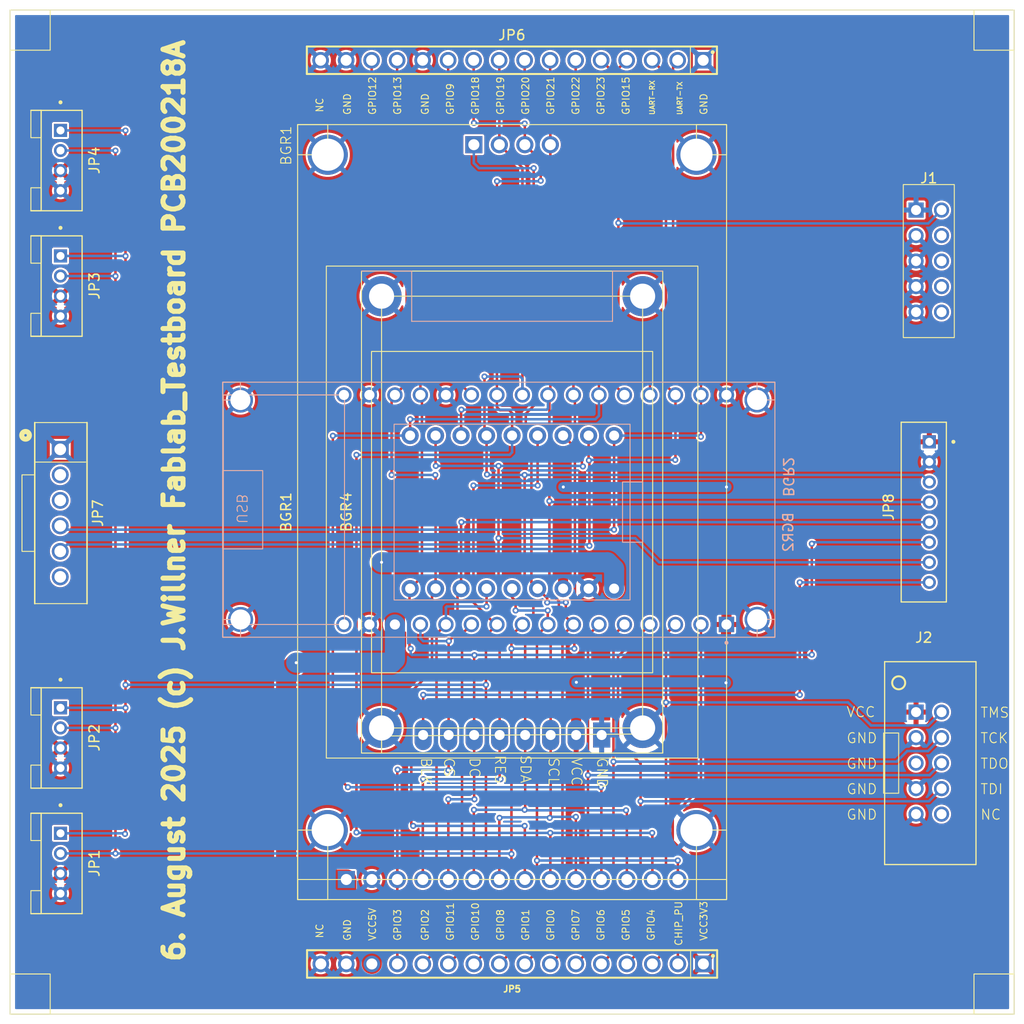
<source format=kicad_pcb>
(kicad_pcb (version 20241229) (generator "pcbnew") (generator_version "9.0")
  (title_block (title "Fablab-Testboard") (date "6. August 2025") (rev "V1.2") (company "J.Willner"))
  (layers (0 "F.Cu" signal) (2 "B.Cu" signal) (13 "F.Paste" user) (15 "B.Paste" user) (5 "F.SilkS" user "F.Silkscreen") (7 "B.SilkS" user "B.Silkscreen") (1 "F.Mask" user) (3 "B.Mask" user) (25 "Edge.Cuts" user))
  (net 0 "")
  (net 1 "/GPIO13_TFT_DC")
  (net 2 "/GPIO12_TFT_BL")
  (net 3 "/GPIO21_TFT_RST")
  (net 4 "/GPIO10_TFT_BL")
  (net 5 "/GND")
  (net 6 "/GPIO5_TDI")
  (net 7 "/GPIO3_TFT_CS")
  (net 8 "/GPIO20_TFT_CLK")
  (net 9 "/GPIO0_SD_CS")
  (net 10 "/GPIO1_TOUCH_IRQ")
  (net 11 "/VCC5V")
  (net 12 "/GPIO11")
  (net 13 "/GPIO23")
  (net 14 "/VCC3V3")
  (net 15 "/GPIO22_TOUCH_CS")
  (net 16 "/GPIO2")
  (net 17 "/GPIO9")
  (net 18 "/UART_RX")
  (net 19 "/UART_TX")
  (net 20 "/GPIO18_TFT_MISO")
  (net 21 "/SCL")
  (net 22 "/GPIO19_TFT_MOSI")
  (net 23 "/GPIO7_TDO")
  (net 24 "/SDA")
  (net 25 "/GPIO4_TMS")
  (net 27 "/CHIP_PU")
  (net 28 "/GPIO15_JTAG_STRAP")
  (net 29 "/GPIO6_TCK")
  (footprint "footprints:SULLINS_SBH11-PBPC-D05-ST-BK" (layer "F.Cu") (at 191.5 125 -90)
    (property "Reference" "J2")
    (property "Value" "SBH11-PBPC-D05-ST-BK")
  )
  (footprint "footprints:MOLEX-901310765" (layer "F.Cu") (at 191.5 75 -90)
    (property "Reference" "J1")
    (property "Value" "MOLEX-901310765")
  )
  (footprint "footprints:WUERTH-61301611121" (layer "F.Cu") (at 150 145 180)
    (property "Reference" "JP5")
    (property "Value" "WUERTH_61301611121")
  )
  (footprint "footprints:SEEED_110990030" (layer "F.Cu") (at 105 65)
    (property "Reference" "JP4")
    (property "Value" "SEEED_110990030")
  )
  (footprint "footprints:SEEED_110990030" (layer "F.Cu") (at 105 122.5)
    (property "Reference" "JP2")
    (property "Value" "SEEED_110990030")
  )
  (footprint "footprints:WUERTH-61301611121" (layer "F.Cu") (at 149.98 55 180)
    (property "Reference" "JP6")
    (property "Value" "WUERTH_61301611121")
  )
  (footprint "footprints:SEEED_110990030" (layer "F.Cu") (at 105 135)
    (property "Reference" "JP1")
    (property "Value" "SEEED_110990030")
  )
  (footprint "footprints:JST_B8B-PH-K-S" (layer "F.Cu") (at 191.5 100 90)
    (property "Reference" "JP8")
    (property "Value" "B10B-PH-K-S_LF__SN_")
  )
  (footprint "footprints:SEEED_110990030" (layer "F.Cu") (at 105 77.5)
    (property "Reference" "JP3")
    (property "Value" "SEEED_110990030")
  )
  (footprint "footprints:Molex-0705430040" (layer "F.Cu") (at 105.2032 100.1 90)
    (property "Reference" "JP7")
    (property "Value" "Molex-705430040")
  )
  (footprint "footprints:2.4inch_SPI_Module_ILI9341_SKU_MSP2402" (layer "F.Cu") (at 150 100)
    (property "Reference" "BGR1")
    (property "Value" "~")
  )
  (footprint "footprints:ZJY169-AZDELIVERY" (layer "F.Cu") (at 150 100 180)
    (property "Reference" "BGR4" (hide yes))
    (property "Value" "AZDELIVERY-ZJY169" (hide yes))
  )
  (footprint "footprints:MODULE_ESP32-C6-DEVKITC-1-N8" (layer "B.Cu") (at 147.025 99.7625 90)
    (property "Reference" "BGR2")
    (property "Value" "~")
  )
  (footprint "footprints:WS_ESP32-C3_ZERO" (layer "B.Cu") (at 150 100 90)
    (property "Reference" "BGR3" (hide yes))
    (property "Value" "WS-ESP32-C3-ZERO" (hide yes))
  )
  (gr_rect (start 196 146) (end 200 150) (stroke (width 0.1)) (fill no) (layer "F.SilkS"))
  (gr_rect (start 100 50) (end 104 54) (stroke (width 0.1)) (fill no) (layer "F.SilkS"))
  (gr_line (start 200 150) (end 100 150) (stroke (width 0.1)) (layer "F.SilkS"))
  (gr_line (start 100 50) (end 200 50) (stroke (width 0.1)) (layer "F.SilkS"))
  (gr_rect (start 196 50) (end 200 54) (stroke (width 0.1)) (fill no) (layer "F.SilkS"))
  (gr_line (start 100 150) (end 100 50) (stroke (width 0.1)) (layer "F.SilkS"))
  (gr_rect (start 100 146) (end 104 150) (stroke (width 0.1)) (fill no) (layer "F.SilkS"))
  (gr_line (start 200 50) (end 200 150) (stroke (width 0.1)) (layer "F.SilkS"))
  (gr_rect (start 100 50) (end 200 150) (stroke (width 0.05)) (fill no) (layer "Edge.Cuts"))
  (gr_text "GPIO5" (at 161.75 142.75 90) (layer "F.SilkS") (effects (font (size 0.7 0.7) (thickness 0.1)) (justify left bottom)))
  (gr_text "GPIO8" (at 149.25 142.75 90) (layer "F.SilkS") (effects (font (size 0.7 0.7) (thickness 0.1)) (justify left bottom)))
  (gr_text "GPIO3\n" (at 139 142.75 90) (layer "F.SilkS") (effects (font (size 0.7 0.7) (thickness 0.1)) (justify left bottom)))
  (gr_text "UART-RX\n" (at 164.25 60.5 90) (layer "F.SilkS") (effects (font (size 0.5 0.5) (thickness 0.1)) (justify left bottom)))
  (gr_text "VCC3V3" (at 169.5 142.75 90) (layer "F.SilkS") (effects (font (size 0.7 0.7) (thickness 0.1)) (justify left bottom)))
  (gr_text "GPIO10" (at 146.75 142.75 90) (layer "F.SilkS") (effects (font (size 0.7 0.7) (thickness 0.1)) (justify left bottom)))
  (gr_text "GPIO19" (at 149.25 60.5 90) (layer "F.SilkS") (effects (font (size 0.7 0.7) (thickness 0.1)) (justify left bottom)))
  (gr_text "GND" (at 134 60.5 90) (layer "F.SilkS") (effects (font (size 0.7 0.7) (thickness 0.1)) (justify left bottom)))
  (gr_text "GPIO15\n" (at 161.75 60.5 90) (layer "F.SilkS") (effects (font (size 0.7 0.7) (thickness 0.1)) (justify left bottom)))
  (gr_text "GPIO21" (at 154.25 60.5 90) (layer "F.SilkS") (effects (font (size 0.7 0.7) (thickness 0.1)) (justify left bottom)))
  (gr_text "GPIO11" (at 144.25 142.75 90) (layer "F.SilkS") (effects (font (size 0.7 0.7) (thickness 0.1)) (justify left bottom)))
  (gr_text "GPIO12" (at 136.5 60.5 90) (layer "F.SilkS") (effects (font (size 0.7 0.7) (thickness 0.1)) (justify left bottom)))
  (gr_text "GPIO0" (at 154.25 142.75 90) (layer "F.SilkS") (effects (font (size 0.7 0.7) (thickness 0.1)) (justify left bottom)))
  (gr_text "GPIO2" (at 141.75 142.75 90) (layer "F.SilkS") (effects (font (size 0.7 0.7) (thickness 0.1)) (justify left bottom)))
  (gr_text "UART-TX" (at 167 60.5 90) (layer "F.SilkS") (effects (font (size 0.5 0.5) (thickness 0.1)) (justify left bottom)))
  (gr_text "GPIO9" (at 144.25 60.5 90) (layer "F.SilkS") (effects (font (size 0.7 0.7) (thickness 0.1)) (justify left bottom)))
  (gr_text "GND" (at 134 142.75 90) (layer "F.SilkS") (effects (font (size 0.7 0.7) (thickness 0.1)) (justify left bottom)))
  (gr_text "GPIO22" (at 156.75 60.5 90) (layer "F.SilkS") (effects (font (size 0.7 0.7) (thickness 0.1)) (justify left bottom)))
  (gr_text "GND" (at 169.5 60.5 90) (layer "F.SilkS") (effects (font (size 0.7 0.7) (thickness 0.1)) (justify left bottom)))
  (gr_text "GND" (at 141.75 60.5 90) (layer "F.SilkS") (effects (font (size 0.7 0.7) (thickness 0.1)) (justify left bottom)))
  (gr_text "GPIO7" (at 156.75 142.75 90) (layer "F.SilkS") (effects (font (size 0.7 0.7) (thickness 0.1)) (justify left bottom)))
  (gr_text "NC" (at 131.25 142.5 90) (layer "F.SilkS") (effects (font (size 0.7 0.7) (thickness 0.1)) (justify left bottom)))
  (gr_text "GPIO6" (at 159.25 142.75 90) (layer "F.SilkS") (effects (font (size 0.7 0.7) (thickness 0.1)) (justify left bottom)))
  (gr_text "6. August 2025 (c) J.Willner Fablab_Testboard PCB200218A\n" (at 117.5 145 90) (layer "F.SilkS") (effects (font (size 2 2) (thickness 0.5) (bold yes)) (justify left bottom)))
  (gr_text "NC" (at 131.25 60.25 90) (layer "F.SilkS") (effects (font (size 0.7 0.7) (thickness 0.1)) (justify left bottom)))
  (gr_text "GPIO1" (at 151.75 142.75 90) (layer "F.SilkS") (effects (font (size 0.7 0.7) (thickness 0.1)) (justify left bottom)))
  (gr_text "GPIO18\n" (at 146.75 60.5 90) (layer "F.SilkS") (effects (font (size 0.7 0.7) (thickness 0.1)) (justify left bottom)))
  (gr_text "GPIO20" (at 151.75 60.5 90) (layer "F.SilkS") (effects (font (size 0.7 0.7) (thickness 0.1)) (justify left bottom)))
  (gr_text "GPIO13\n" (at 139 60.5 90) (layer "F.SilkS") (effects (font (size 0.7 0.7) (thickness 0.1)) (justify left bottom)))
  (gr_text "GPIO23\n" (at 159.25 60.5 90) (layer "F.SilkS") (effects (font (size 0.7 0.7) (thickness 0.1)) (justify left bottom)))
  (gr_text "CHIP_PU" (at 167 143.25 90) (layer "F.SilkS") (effects (font (size 0.7 0.7) (thickness 0.1)) (justify left bottom)))
  (gr_text "GPIO4" (at 164.25 142.75 90) (layer "F.SilkS") (effects (font (size 0.7 0.7) (thickness 0.1)) (justify left bottom)))
  (gr_text "VCC5V" (at 136.5 142.75 90) (layer "F.SilkS") (effects (font (size 0.7 0.7) (thickness 0.1)) (justify left bottom)))
  (segment (start 141.022 106.444) (end 141.022 88.4845) (width 0.25) (layer "F.Cu") (net 1))
  (segment (start 146.25 128.6) (end 146.22 128.57) (width 0.25) (layer "F.Cu") (net 1))
  (segment (start 141.022 88.4845) (end 140.87 88.3325) (width 0.25) (layer "F.Cu") (net 1))
  (segment (start 179.85 114.2) (end 179.85 103.15) (width 0.25) (layer "F.Cu") (net 1))
  (segment (start 143.65 136.59) (end 143.65 128.6) (width 0.25) (layer "F.Cu") (net 1))
  (segment (start 139.846 107.62) (end 141.022 106.444) (width 0.25) (layer "F.Cu") (net 1))
  (segment (start 138.55 58.75) (end 138.55 55) (width 0.25) (layer "F.Cu") (net 1))
  (segment (start 146.25 114.35) (end 146.22 114.38) (width 0.25) (layer "F.Cu") (net 1))
  (segment (start 139.782 113.482) (end 139.9 113.6) (width 0.25) (layer "F.Cu") (net 1))
  (segment (start 146.22 114.38) (end 146.22 122.2) (width 0.25) (layer "F.Cu") (net 1))
  (segment (start 139.782 107.684) (end 139.782 113.482) (width 0.25) (layer "F.Cu") (net 1))
  (segment (start 146.22 128.57) (end 146.22 122.2) (width 0.25) (layer "F.Cu") (net 1))
  (segment (start 139.846 107.62) (end 139.782 107.684) (width 0.25) (layer "F.Cu") (net 1))
  (segment (start 146.25 114.25) (end 146.25 114.35) (width 0.25) (layer "F.Cu") (net 1))
  (segment (start 140.87 88.3325) (end 140.87 61.07) (width 0.25) (layer "F.Cu") (net 1))
  (segment (start 140.87 61.07) (end 138.55 58.75) (width 0.25) (layer "F.Cu") (net 1))
  (via (at 143.65 128.6) (size 0.6) (drill 0.3) (layers "F.Cu" "B.Cu") (net 1))
  (via (at 139.9 113.6) (size 0.6) (drill 0.3) (layers "F.Cu" "B.Cu") (net 1))
  (via (at 179.85 103.15) (size 0.6) (drill 0.3) (layers "F.Cu" "B.Cu") (net 1))
  (via (at 146.25 128.6) (size 0.6) (drill 0.3) (layers "F.Cu" "B.Cu") (net 1))
  (via (at 179.85 114.2) (size 0.6) (drill 0.3) (layers "F.Cu" "B.Cu") (net 1))
  (via (at 146.25 114.25) (size 0.6) (drill 0.3) (layers "F.Cu" "B.Cu") (net 1))
  (segment (start 139.9 114.1) (end 140.026 114.226) (width 0.25) (layer "B.Cu") (net 1))
  (segment (start 180 103) (end 191.55 103) (width 0.25) (layer "B.Cu") (net 1))
  (segment (start 139.9 113.6) (end 139.9 114.1) (width 0.25) (layer "B.Cu") (net 1))
  (segment (start 179.824 114.226) (end 179.85 114.2) (width 0.25) (layer "B.Cu") (net 1))
  (segment (start 143.65 128.6) (end 146.25 128.6) (width 0.25) (layer "B.Cu") (net 1))
  (segment (start 140.026 114.226) (end 179.824 114.226) (width 0.25) (layer "B.Cu") (net 1))
  (segment (start 179.85 103.15) (end 180 103) (width 0.25) (layer "B.Cu") (net 1))
  (segment (start 138.33 88.3325) (end 139.5 87.1625) (width 0.25) (layer "F.Cu") (net 2))
  (segment (start 139.964 117.886) (end 142.023 115.827) (width 0.25) (layer "F.Cu") (net 2))
  (segment (start 139.5 87.1625) (end 139.5 63.35) (width 0.25) (layer "F.Cu") (net 2))
  (segment (start 136 59.85) (end 136.01 59.84) (width 0.25) (layer "F.Cu") (net 2))
  (segment (start 151.27 131.27) (end 151.25 131.25) (width 0.25) (layer "F.Cu") (net 2))
  (segment (start 142.023 107.977) (end 142.38 107.62) (width 0.25) (layer "F.Cu") (net 2))
  (segment (start 139.964 131.064) (end 139.964 117.886) (width 0.25) (layer "F.Cu") (net 2))
  (segment (start 138 88.6625) (end 138.33 88.3325) (width 0.25) (layer "F.Cu") (net 2))
  (segment (start 151.27 136.59) (end 151.27 131.27) (width 0.25) (layer "F.Cu") (net 2))
  (segment (start 139.5 63.35) (end 136 59.85) (width 0.25) (layer "F.Cu") (net 2))
  (segment (start 142.023 115.827) (end 142.023 107.977) (width 0.25) (layer "F.Cu") (net 2))
  (segment (start 136.01 59.84) (end 136.01 55) (width 0.25) (layer "F.Cu") (net 2))
  (segment (start 138 96.3) (end 138 88.6625) (width 0.25) (layer "F.Cu") (net 2))
  (segment (start 142.38 96.33) (end 142.35 96.3) (width 0.25) (layer "F.Cu") (net 2))
  (segment (start 142.38 107.62) (end 142.38 96.33) (width 0.25) (layer "F.Cu") (net 2))
  (segment (start 140.15 131.25) (end 139.964 131.064) (width 0.25) (layer "F.Cu") (net 2))
  (via (at 142.35 96.3) (size 0.6) (drill 0.3) (layers "F.Cu" "B.Cu") (net 2))
  (via (at 151.25 131.25) (size 0.6) (drill 0.3) (layers "F.Cu" "B.Cu") (net 2))
  (via (at 140.15 131.25) (size 0.6) (drill 0.3) (layers "F.Cu" "B.Cu") (net 2))
  (via (at 138 96.3) (size 0.6) (drill 0.3) (layers "F.Cu" "B.Cu") (net 2))
  (segment (start 142.35 96.3) (end 138 96.3) (width 0.25) (layer "B.Cu") (net 2))
  (segment (start 151.25 131.25) (end 140.15 131.25) (width 0.25) (layer "B.Cu") (net 2))
  (segment (start 153.79 55) (end 153.79 59.19) (width 0.25) (layer "F.Cu") (net 3))
  (segment (start 141.11 126.64) (end 141.15 126.6) (width 0.25) (layer "F.Cu") (net 3))
  (segment (start 156.95 93.561116) (end 156.95 95.4) (width 0.25) (layer "F.Cu") (net 3))
  (segment (start 148.76 126.51) (end 148.76 122.2) (width 0.25) (layer "F.Cu") (net 3))
  (segment (start 153.79 59.19) (end 156.11 61.51) (width 0.25) (layer "F.Cu") (net 3))
  (segment (start 149.578 111.643165) (end 149.578 109.049116) (width 0.25) (layer "F.Cu") (net 3))
  (segment (start 141.11 136.59) (end 141.11 126.64) (width 0.25) (layer "F.Cu") (net 3))
  (segment (start 156.256 92.867116) (end 156.95 93.561116) (width 0.25) (layer "F.Cu") (net 3))
  (segment (start 156.11 61.51) (end 156.11 88.3325) (width 0.25) (layer "F.Cu") (net 3))
  (segment (start 156.11 88.3325) (end 156.256 88.4785) (width 0.25) (layer "F.Cu") (net 3))
  (segment (start 148.65 108.121116) (end 148.65 102.6) (width 0.25) (layer "F.Cu") (net 3))
  (segment (start 157 95.4) (end 157.05 95.45) (width 0.25) (layer "F.Cu") (net 3))
  (segment (start 142.38 95.23) (end 142.38 92.38) (width 0.25) (layer "F.Cu") (net 3))
  (segment (start 142.4 95.25) (end 142.38 95.23) (width 0.25) (layer "F.Cu") (net 3))
  (segment (start 148.76 112.461165) (end 149.578 111.643165) (width 0.25) (layer "F.Cu") (net 3))
  (segment (start 156.95 95.4) (end 157 95.4) (width 0.25) (layer "F.Cu") (net 3))
  (segment (start 148.76 122.2) (end 148.76 112.461165) (width 0.25) (layer "F.Cu") (net 3))
  (segment (start 149.578 109.049116) (end 148.65 108.121116) (width 0.25) (layer "F.Cu") (net 3))
  (segment (start 142.4 95.4) (end 142.4 95.25) (width 0.25) (layer "F.Cu") (net 3))
  (segment (start 156.256 88.4785) (end 156.256 92.867116) (width 0.25) (layer "F.Cu") (net 3))
  (segment (start 148.85 126.6) (end 148.76 126.51) (width 0.25) (layer "F.Cu") (net 3))
  (segment (start 148.65 102.6) (end 148.65 95.4) (width 0.25) (layer "F.Cu") (net 3))
  (via (at 141.15 126.6) (size 0.6) (drill 0.3) (layers "F.Cu" "B.Cu") (net 3))
  (via (at 157.05 95.45) (size 0.6) (drill 0.3) (layers "F.Cu" "B.Cu") (net 3))
  (via (at 148.65 102.6) (size 0.6) (drill 0.3) (layers "F.Cu" "B.Cu") (net 3))
  (via (at 142.4 95.4) (size 0.6) (drill 0.3) (layers "F.Cu" "B.Cu") (net 3))
  (via (at 148.65 95.4) (size 0.6) (drill 0.3) (layers "F.Cu" "B.Cu") (net 3))
  (via (at 148.85 126.6) (size 0.6) (drill 0.3) (layers "F.Cu" "B.Cu") (net 3))
  (segment (start 162.255247 102.6) (end 148.65 102.6) (width 0.25) (layer "B.Cu") (net 3))
  (segment (start 141.15 126.6) (end 148.85 126.6) (width 0.25) (layer "B.Cu") (net 3))
  (segment (start 164.655247 105) (end 162.255247 102.6) (width 0.25) (layer "B.Cu") (net 3))
  (segment (start 157.05 95.45) (end 157 95.4) (width 0.25) (layer "B.Cu") (net 3))
  (segment (start 148.65 95.4) (end 142.4 95.4) (width 0.25) (layer "B.Cu") (net 3))
  (segment (start 191.55 105) (end 164.655247 105) (width 0.25) (layer "B.Cu") (net 3))
  (segment (start 157 95.4) (end 148.65 95.4) (width 0.25) (layer "B.Cu") (net 3))
  (segment (start 141.14 122.2) (end 141.14 118.21) (width 0.25) (layer "F.Cu") (net 4))
  (segment (start 141.14 118.21) (end 141.15 118.2) (width 0.25) (layer "F.Cu") (net 4))
  (segment (start 178.65 118.2) (end 178.65 107) (width 0.25) (layer "F.Cu") (net 4))
  (via (at 141.15 118.2) (size 0.6) (drill 0.3) (layers "F.Cu" "B.Cu") (net 4))
  (via (at 178.65 118.2) (size 0.6) (drill 0.3) (layers "F.Cu" "B.Cu") (net 4))
  (via (at 178.65 107) (size 0.6) (drill 0.3) (layers "F.Cu" "B.Cu") (net 4))
  (segment (start 178.65 107) (end 191.55 107) (width 0.25) (layer "B.Cu") (net 4))
  (segment (start 141.15 118.2) (end 178.65 118.2) (width 0.25) (layer "B.Cu") (net 4))
  (segment (start 162.794 125.044) (end 160.547 122.797) (width 0.25) (layer "F.Cu") (net 6))
  (segment (start 162.794 143.636) (end 162.794 128.8) (width 0.25) (layer "F.Cu") (net 6))
  (segment (start 161.43 145) (end 162.794 143.636) (width 0.25) (layer "F.Cu") (net 6))
  (segment (start 162.794 128.8) (end 162.794 125.044) (width 0.25) (layer "F.Cu") (net 6))
  (segment (start 160.547 122.797) (end 160.547 114.3755) (width 0.25) (layer "F.Cu") (net 6))
  (segment (start 160.547 114.3755) (end 163.73 111.1925) (width 0.25) (layer "F.Cu") (net 6))
  (via (at 162.794 128.8) (size 0.6) (drill 0.3) (layers "F.Cu" "B.Cu") (net 6))
  (segment (start 191.51 128.8) (end 162.794 128.8) (width 0.25) (layer "B.Cu") (net 6))
  (segment (start 192.77 127.54) (end 191.51 128.8) (width 0.25) (layer "B.Cu") (net 6))
  (segment (start 143.68 122.2) (end 143.68 112.87) (width 0.25) (layer "F.Cu") (net 7))
  (segment (start 143.68 112.87) (end 143.7 112.85) (width 0.25) (layer "F.Cu") (net 7))
  (segment (start 143.68 125.67) (end 143.68 122.2) (width 0.25) (layer "F.Cu") (net 7))
  (segment (start 138.57 125.68) (end 138.6 125.65) (width 0.25) (layer "F.Cu") (net 7))
  (segment (start 143.65 125.7) (end 143.68 125.67) (width 0.25) (layer "F.Cu") (net 7))
  (segment (start 144.95 101) (end 144.92 101.03) (width 0.25) (layer "F.Cu") (net 7))
  (segment (start 144.563 107.977) (end 144.563 111.987) (width 0.25) (layer "F.Cu") (net 7))
  (segment (start 138.57 145) (end 138.57 136.59) (width 0.25) (layer "F.Cu") (net 7))
  (segment (start 144.92 107.62) (end 144.563 107.977) (width 0.25) (layer "F.Cu") (net 7))
  (segment (start 144.563 111.987) (end 143.7 112.85) (width 0.25) (layer "F.Cu") (net 7))
  (segment (start 144.92 101.03) (end 144.92 107.62) (width 0.25) (layer "F.Cu") (net 7))
  (segment (start 138.57 136.59) (end 138.57 125.68) (width 0.25) (layer "F.Cu") (net 7))
  (via (at 144.95 101) (size 0.6) (drill 0.3) (layers "F.Cu" "B.Cu") (net 7))
  (via (at 138.6 125.65) (size 0.6) (drill 0.3) (layers "F.Cu" "B.Cu") (net 7))
  (via (at 143.65 125.7) (size 0.6) (drill 0.3) (layers "F.Cu" "B.Cu") (net 7))
  (via (at 143.7 112.85) (size 0.6) (drill 0.3) (layers "F.Cu" "B.Cu") (net 7))
  (segment (start 143.6 125.65) (end 143.65 125.7) (width 0.25) (layer "B.Cu") (net 7))
  (segment (start 141.15 112.85) (end 140.87 112.57) (width 0.25) (layer "B.Cu") (net 7))
  (segment (start 143.7 112.85) (end 141.15 112.85) (width 0.25) (layer "B.Cu") (net 7))
  (segment (start 144.95 101) (end 191.55 101) (width 0.25) (layer "B.Cu") (net 7))
  (segment (start 140.87 112.57) (end 140.87 111.1925) (width 0.25) (layer "B.Cu") (net 7))
  (segment (start 138.6 125.65) (end 143.6 125.65) (width 0.25) (layer "B.Cu") (net 7))
  (segment (start 151.85 60.5) (end 151.25 59.9) (width 0.25) (layer "F.Cu") (net 8))
  (segment (start 154.658 111.643165) (end 154.658 108.861116) (width 0.25) (layer "F.Cu") (net 8))
  (segment (start 153.5 60.5) (end 151.85 60.5) (width 0.25) (layer "F.Cu") (net 8))
  (segment (start 148.73 130.47) (end 148.75 130.45) (width 0.25) (layer "F.Cu") (net 8))
  (segment (start 153.84 130.36) (end 153.84 122.2) (width 0.25) (layer "F.Cu") (net 8))
  (segment (start 148.73 136.59) (end 148.73 130.47) (width 0.25) (layer "F.Cu") (net 8))
  (segment (start 153.716 107.919116) (end 153.716 98.9) (width 0.25) (layer "F.Cu") (net 8))
  (segment (start 154.658 108.861116) (end 153.716 107.919116) (width 0.25) (layer "F.Cu") (net 8))
  (segment (start 153.716 88.4785) (end 153.57 88.3325) (width 0.25) (layer "F.Cu") (net 8))
  (segment (start 153.75 130.45) (end 153.84 130.36) (width 0.25) (layer "F.Cu") (net 8))
  (segment (start 153.81 88.0925) (end 153.57 88.3325) (width 0.25) (layer "F.Cu") (net 8))
  (segment (start 153.84 112.461165) (end 154.658 111.643165) (width 0.25) (layer "F.Cu") (net 8))
  (segment (start 156.35 136.59) (end 156.35 130.35) (width 0.25) (layer "F.Cu") (net 8))
  (segment (start 144.92 89.83) (end 144.95 89.8) (width 0.25) (layer "F.Cu") (net 8))
  (segment (start 144.92 92.38) (end 144.92 89.83) (width 0.25) (layer "F.Cu") (net 8))
  (segment (start 151.25 59.9) (end 151.25 55) (width 0.25) (layer "F.Cu") (net 8))
  (segment (start 153.716 98.9) (end 153.716 88.4785) (width 0.25) (layer "F.Cu") (net 8))
  (segment (start 153.81 60.81) (end 153.5 60.5) (width 0.25) (layer "F.Cu") (net 8))
  (segment (start 153.81 63.41) (end 153.81 60.81) (width 0.25) (layer "F.Cu") (net 8))
  (segment (start 153.81 63.41) (end 153.81 88.0925) (width 0.25) (layer "F.Cu") (net 8))
  (segment (start 153.84 122.2) (end 153.84 112.461165) (width 0.25) (layer "F.Cu") (net 8))
  (via (at 148.75 130.45) (size 0.6) (drill 0.3) (layers "F.Cu" "B.Cu") (net 8))
  (via (at 153.75 130.45) (size 0.6) (drill 0.3) (layers "F.Cu" "B.Cu") (net 8))
  (via (at 156.35 130.35) (size 0.6) (drill 0.3) (layers "F.Cu" "B.Cu") (net 8))
  (via (at 144.95 89.8) (size 0.6) (drill 0.3) (layers "F.Cu" "B.Cu") (net 8))
  (via (at 153.716 98.9) (size 0.6) (drill 0.3) (layers "F.Cu" "B.Cu") (net 8))
  (segment (start 148.8 130.4) (end 153.7 130.4) (width 0.25) (layer "B.Cu") (net 8))
  (segment (start 148.75 130.45) (end 148.8 130.4) (width 0.25) (layer "B.Cu") (net 8))
  (segment (start 153.57 89.68) (end 153.57 88.3325) (width 0.25) (layer "B.Cu") (net 8))
  (segment (start 153.45 89.8) (end 153.57 89.68) (width 0.25) (layer "B.Cu") (net 8))
  (segment (start 191.55 99) (end 153.816 99) (width 0.25) (layer "B.Cu") (net 8))
  (segment (start 153.816 99) (end 153.716 98.9) (width 0.25) (layer "B.Cu") (net 8))
  (segment (start 156.35 130.35) (end 153.85 130.35) (width 0.25) (layer "B.Cu") (net 8))
  (segment (start 153.85 130.35) (end 153.75 130.45) (width 0.25) (layer "B.Cu") (net 8))
  (segment (start 144.95 89.8) (end 153.45 89.8) (width 0.25) (layer "B.Cu") (net 8))
  (segment (start 153.7 130.4) (end 153.75 130.45) (width 0.25) (layer "B.Cu") (net 8))
  (segment (start 153.81 145) (end 155.016 143.794) (width 0.25) (layer "F.Cu") (net 9))
  (segment (start 155.016 143.794) (end 155.016 112.2865) (width 0.25) (layer "F.Cu") (net 9))
  (segment (start 151.364 92.867116) (end 151.364 90.205165) (width 0.25) (layer "F.Cu") (net 9))
  (segment (start 151.924 107.004) (end 151.924 93.427116) (width 0.25) (layer "F.Cu") (net 9))
  (segment (start 151.924 93.427116) (end 151.364 92.867116) (width 0.25) (layer "F.Cu") (net 9))
  (segment (start 152.15 89.419165) (end 152.15 65.75) (width 0.25) (layer "F.Cu") (net 9))
  (segment (start 155.016 112.2865) (end 156.11 111.1925) (width 0.25) (layer "F.Cu") (net 9))
  (segment (start 155.35 109) (end 155.35 110.4325) (width 0.25) (layer "F.Cu") (net 9))
  (segment (start 153.5 108.58) (end 153.5 109.004984) (width 0.25) (layer "F.Cu") (net 9))
  (segment (start 152.54 107.62) (end 153.5 108.58) (width 0.25) (layer "F.Cu") (net 9))
  (segment (start 151.364 90.205165) (end 152.15 89.419165) (width 0.25) (layer "F.Cu") (net 9))
  (segment (start 152.54 107.62) (end 151.924 107.004) (width 0.25) (layer "F.Cu") (net 9))
  (segment (start 153.5 109.004984) (end 153.496785 109.001769) (width 0.25) (layer "F.Cu") (net 9))
  (segment (start 155.35 110.4325) (end 156.11 111.1925) (width 0.25) (layer "F.Cu") (net 9))
  (via (at 155.35 109) (size 0.6) (drill 0.3) (layers "F.Cu" "B.Cu") (net 9))
  (via (at 153.496785 109.001769) (size 0.6) (drill 0.3) (layers "F.Cu" "B.Cu") (net 9))
  (via (at 152.15 65.75) (size 0.6) (drill 0.3) (layers "F.Cu" "B.Cu") (net 9))
  (segment (start 146.7 65.75) (end 146.19 65.24) (width 0.25) (layer "B.Cu") (net 9))
  (segment (start 146.19 65.24) (end 146.19 63.41) (width 0.25) (layer "B.Cu") (net 9))
  (segment (start 152.15 65.75) (end 146.7 65.75) (width 0.25) (layer "B.Cu") (net 9))
  (segment (start 153.496785 109.001769) (end 155.348231 109.001769) (width 0.25) (layer "B.Cu") (net 9))
  (segment (start 155.348231 109.001769) (end 155.35 109) (width 0.25) (layer "B.Cu") (net 9))
  (segment (start 152.476 134.7) (end 152.476 112.2865) (width 0.25) (layer "F.Cu") (net 10))
  (segment (start 153.55 109.8) (end 153.55 111.1725) (width 0.25) (layer "F.Cu") (net 10))
  (segment (start 166.51 134.71) (end 166.5 134.7) (width 0.25) (layer "F.Cu") (net 10))
  (segment (start 152.476 112.2865) (end 153.57 111.1925) (width 0.25) (layer "F.Cu") (net 10))
  (segment (start 150 108.5) (end 150 107.62) (width 0.25) (layer "F.Cu") (net 10))
  (segment (start 151.27 145) (end 152.476 143.794) (width 0.25) (layer "F.Cu") (net 10))
  (segment (start 166.51 136.59) (end 166.51 134.71) (width 0.25) (layer "F.Cu") (net 10))
  (segment (start 150.35 109.8) (end 150.35 108.85) (width 0.25) (layer "F.Cu") (net 10))
  (segment (start 150.35 108.85) (end 150 108.5) (width 0.25) (layer "F.Cu") (net 10))
  (segment (start 152.476 143.794) (end 152.476 134.7) (width 0.25) (layer "F.Cu") (net 10))
  (segment (start 153.55 111.1725) (end 153.57 111.1925) (width 0.25) (layer "F.Cu") (net 10))
  (via (at 166.5 134.7) (size 0.6) (drill 0.3) (layers "F.Cu" "B.Cu") (net 10))
  (via (at 153.55 109.8) (size 0.6) (drill 0.3) (layers "F.Cu" "B.Cu") (net 10))
  (via (at 152.476 134.7) (size 0.6) (drill 0.3) (layers "F.Cu" "B.Cu") (net 10))
  (via (at 150.35 109.8) (size 0.6) (drill 0.3) (layers "F.Cu" "B.Cu") (net 10))
  (segment (start 166.5 134.7) (end 152.476 134.7) (width 0.25) (layer "B.Cu") (net 10))
  (segment (start 150.35 109.8) (end 153.55 109.8) (width 0.25) (layer "B.Cu") (net 10))
  (segment (start 137 109) (end 137 105) (width 2) (layer "F.Cu") (net 11))
  (segment (start 128.59 136.59) (end 127.5 135.5) (width 2) (layer "F.Cu") (net 11))
  (segment (start 133.49 136.59) (end 128.59 136.59) (width 2) (layer "F.Cu") (net 11))
  (segment (start 136.03 141.53) (end 133.49 138.99) (width 2) (layer "F.Cu") (net 11))
  (segment (start 127.5 116) (end 128.5 115) (width 2) (layer "F.Cu") (net 11))
  (segment (start 136.03 145) (end 136.03 141.53) (width 2) (layer "F.Cu") (net 11))
  (segment (start 138.33 111.1925) (end 138.33 110.33) (width 2) (layer "F.Cu") (net 11))
  (segment (start 138.33 110.33) (end 137 109) (width 2) (layer "F.Cu") (net 11))
  (segment (start 127.5 135.5) (end 127.5 116) (width 2) (layer "F.Cu") (net 11))
  (segment (start 133.49 138.99) (end 133.49 136.59) (width 2) (layer "F.Cu") (net 11))
  (via (at 137 105) (size 0.6) (drill 0.3) (layers "F.Cu" "B.Cu") (net 11))
  (via (at 128.5 115) (size 0.6) (drill 0.3) (layers "F.Cu" "B.Cu") (net 11))
  (segment (start 128.5 115) (end 138 115) (width 2) (layer "B.Cu") (net 11))
  (segment (start 160.16 105.66) (end 160.16 107.62) (width 2) (layer "B.Cu") (net 11))
  (segment (start 138.33 114.67) (end 138.33 111.1925) (width 2) (layer "B.Cu") (net 11))
  (segment (start 138 115) (end 138.33 114.67) (width 2) (layer "B.Cu") (net 11))
  (segment (start 137 105) (end 159.5 105) (width 2) (layer "B.Cu") (net 11))
  (segment (start 159.5 105) (end 160.16 105.66) (width 2) (layer "B.Cu") (net 11))
  (segment (start 145.014 143.636) (end 145.014 112.1285) (width 0.25) (layer "F.Cu") (net 12))
  (segment (start 145.014 112.1285) (end 145.95 111.1925) (width 0.25) (layer "F.Cu") (net 12))
  (segment (start 143.65 145) (end 145.014 143.636) (width 0.25) (layer "F.Cu") (net 12))
  (segment (start 159.695 55.825) (end 159.695 86.8375) (width 0.25) (layer "F.Cu") (net 13))
  (segment (start 158.87 55) (end 159.695 55.825) (width 0.25) (layer "F.Cu") (net 13))
  (segment (start 159.695 86.8375) (end 161.19 88.3325) (width 0.25) (layer "F.Cu") (net 13))
  (segment (start 171.3 117) (end 171.3 111.2425) (width 1) (layer "F.Cu") (net 14))
  (segment (start 156.38 116.97) (end 156.4 116.95) (width 1) (layer "F.Cu") (net 14))
  (segment (start 171.3 111.2425) (end 171.35 111.1925) (width 1) (layer "F.Cu") (net 14))
  (segment (start 155.08 107.62) (end 155.08 97.52) (width 1) (layer "F.Cu") (net 14))
  (segment (start 156.38 122.2) (end 156.38 116.97) (width 1) (layer "F.Cu") (net 14))
  (segment (start 155.08 97.52) (end 155.1 97.5) (width 1) (layer "F.Cu") (net 14))
  (segment (start 171.35 97.5) (end 171.35 111.1925) (width 1) (layer "F.Cu") (net 14))
  (via (at 156.4 116.95) (size 0.6) (drill 0.3) (layers "F.Cu" "B.Cu") (net 14))
  (via (at 171.35 97.5) (size 0.6) (drill 0.3) (layers "F.Cu" "B.Cu") (net 14))
  (via (at 155.1 97.5) (size 0.6) (drill 0.3) (layers "F.Cu" "B.Cu") (net 14))
  (via (at 171.3 117) (size 0.6) (drill 0.3) (layers "F.Cu" "B.Cu") (net 14))
  (segment (start 155.1 97.5) (end 171.35 97.5) (width 1) (layer "B.Cu") (net 14))
  (segment (start 171.25 116.95) (end 171.3 117) (width 1) (layer "B.Cu") (net 14))
  (segment (start 156.4 116.95) (end 171.25 116.95) (width 1) (layer "B.Cu") (net 14))
  (segment (start 158.89 127.44) (end 158.85 127.4) (width 0.25) (layer "F.Cu") (net 15))
  (segment (start 139.846 92.38) (end 139.846 90.754) (width 0.25) (layer "F.Cu") (net 15))
  (segment (start 158.89 136.59) (end 158.89 127.44) (width 0.25) (layer "F.Cu") (net 15))
  (segment (start 156.33 59.18) (end 158.65 61.5) (width 0.25) (layer "F.Cu") (net 15))
  (segment (start 158.65 61.5) (end 158.65 88.3325) (width 0.25) (layer "F.Cu") (net 15))
  (segment (start 139.846 90.754) (end 139.85 90.75) (width 0.25) (layer "F.Cu") (net 15))
  (segment (start 133.65 127.4) (end 132.15 125.9) (width 0.25) (layer "F.Cu") (net 15))
  (segment (start 156.33 55) (end 156.33 59.18) (width 0.25) (layer "F.Cu") (net 15))
  (segment (start 132.15 125.9) (end 132.15 92.4) (width 0.25) (layer "F.Cu") (net 15))
  (via (at 132.15 92.4) (size 0.6) (drill 0.3) (layers "F.Cu" "B.Cu") (net 15))
  (via (at 139.85 90.75) (size 0.6) (drill 0.3) (layers "F.Cu" "B.Cu") (net 15))
  (via (at 158.85 127.4) (size 0.6) (drill 0.3) (layers "F.Cu" "B.Cu") (net 15))
  (via (at 133.65 127.4) (size 0.6) (drill 0.3) (layers "F.Cu" "B.Cu") (net 15))
  (segment (start 132.47 92.38) (end 139.846 92.38) (width 0.25) (layer "B.Cu") (net 15))
  (segment (start 158.3 90.75) (end 158.65 90.4) (width 0.25) (layer "B.Cu") (net 15))
  (segment (start 158.85 127.4) (end 133.65 127.4) (width 0.25) (layer "B.Cu") (net 15))
  (segment (start 158.65 90.4) (end 158.65 88.3325) (width 0.25) (layer "B.Cu") (net 15))
  (segment (start 139.85 90.75) (end 158.3 90.75) (width 0.25) (layer "B.Cu") (net 15))
  (segment (start 132.15 92.4) (end 132.45 92.4) (width 0.25) (layer "B.Cu") (net 15))
  (segment (start 132.45 92.4) (end 132.47 92.38) (width 0.25) (layer "B.Cu") (net 15))
  (segment (start 142.474 143.636) (end 142.474 112.1285) (width 0.25) (layer "F.Cu") (net 16))
  (segment (start 141.11 145) (end 142.474 143.636) (width 0.25) (layer "F.Cu") (net 16))
  (segment (start 147.46 109.39) (end 147.45 109.4) (width 0.25) (layer "F.Cu") (net 16))
  (segment (start 142.474 112.1285) (end 143.41 111.1925) (width 0.25) (layer "F.Cu") (net 16))
  (segment (start 147.46 107.62) (end 147.46 109.39) (width 0.25) (layer "F.Cu") (net 16))
  (via (at 147.45 109.4) (size 0.6) (drill 0.3) (layers "F.Cu" "B.Cu") (net 16))
  (segment (start 143.5 109.4) (end 143.4 109.5) (width 0.25) (layer "B.Cu") (net 16))
  (segment (start 143.4 109.5) (end 143.41 109.51) (width 0.25) (layer "B.Cu") (net 16))
  (segment (start 147.45 109.4) (end 143.5 109.4) (width 0.25) (layer "B.Cu") (net 16))
  (segment (start 143.41 109.51) (end 143.41 111.1925) (width 0.25) (layer "B.Cu") (net 16))
  (segment (start 145.95 88.3325) (end 143.63 86.0125) (width 0.25) (layer "F.Cu") (net 17))
  (segment (start 143.63 86.0125) (end 143.63 55) (width 0.25) (layer "F.Cu") (net 17))
  (segment (start 166.27 94.78) (end 166.27 88.3325) (width 0.25) (layer "F.Cu") (net 18))
  (segment (start 157.7 94.9) (end 157.65 94.85) (width 0.25) (layer "F.Cu") (net 18))
  (segment (start 165.326 87.3885) (end 166.27 88.3325) (width 0.25) (layer "F.Cu") (net 18))
  (segment (start 157.62 94.82) (end 157.65 94.85) (width 0.25) (layer "F.Cu") (net 18))
  (segment (start 165.326 56.376) (end 165.326 87.3885) (width 0.25) (layer "F.Cu") (net 18))
  (segment (start 166.25 94.8) (end 166.27 94.78) (width 0.25) (layer "F.Cu") (net 18))
  (segment (start 163.95 55) (end 165.326 56.376) (width 0.25) (layer "F.Cu") (net 18))
  (segment (start 157.62 92.38) (end 157.62 94.82) (width 0.25) (layer "F.Cu") (net 18))
  (segment (start 157.7 103.35) (end 157.7 94.9) (width 0.25) (layer "F.Cu") (net 18))
  (via (at 166.25 94.8) (size 0.6) (drill 0.3) (layers "F.Cu" "B.Cu") (net 18))
  (via (at 157.7 103.35) (size 0.6) (drill 0.3) (layers "F.Cu" "B.Cu") (net 18))
  (via (at 157.65 94.85) (size 0.6) (drill 0.3) (layers "F.Cu" "B.Cu") (net 18))
  (segment (start 105 103.91) (end 105.684 103.226) (width 0.25) (layer "B.Cu") (net 18))
  (segment (start 157.7 94.8) (end 166.25 94.8) (width 0.25) (layer "B.Cu") (net 18))
  (segment (start 157.576 103.226) (end 157.7 103.35) (width 0.25) (layer "B.Cu") (net 18))
  (segment (start 157.65 94.85) (end 157.7 94.8) (width 0.25) (layer "B.Cu") (net 18))
  (segment (start 105.684 103.226) (end 157.576 103.226) (width 0.25) (layer "B.Cu") (net 18))
  (segment (start 168.81 88.3325) (end 168.81 92.49) (width 0.25) (layer "F.Cu") (net 19))
  (segment (start 168.3 83.7) (end 168.85 84.25) (width 0.25) (layer "F.Cu") (net 19))
  (segment (start 166.5 83.7) (end 168.3 83.7) (width 0.25) (layer "F.Cu") (net 19))
  (segment (start 166.034 55.456) (end 166.034 83.234) (width 0.25) (layer "F.Cu") (net 19))
  (segment (start 166.034 83.234) (end 166.5 83.7) (width 0.25) (layer "F.Cu") (net 19))
  (segment (start 168.81 92.49) (end 168.8 92.5) (width 0.25) (layer "F.Cu") (net 19))
  (segment (start 160.15 101.75) (end 160.16 101.74) (width 0.25) (layer "F.Cu") (net 19))
  (segment (start 166.49 55) (end 166.034 55.456) (width 0.25) (layer "F.Cu") (net 19))
  (segment (start 168.85 84.25) (end 168.81 84.29) (width 0.25) (layer "F.Cu") (net 19))
  (segment (start 168.81 84.29) (end 168.81 88.3325) (width 0.25) (layer "F.Cu") (net 19))
  (segment (start 160.16 101.74) (end 160.16 92.38) (width 0.25) (layer "F.Cu") (net 19))
  (via (at 168.8 92.5) (size 0.6) (drill 0.3) (layers "F.Cu" "B.Cu") (net 19))
  (via (at 160.15 101.75) (size 0.6) (drill 0.3) (layers "F.Cu" "B.Cu") (net 19))
  (segment (start 168.68 92.38) (end 160.16 92.38) (width 0.25) (layer "B.Cu") (net 19))
  (segment (start 105 101.37) (end 105.38 101.75) (width 0.25) (layer "B.Cu") (net 19))
  (segment (start 105.38 101.75) (end 160.15 101.75) (width 0.25) (layer "B.Cu") (net 19))
  (segment (start 168.8 92.5) (end 168.68 92.38) (width 0.25) (layer "B.Cu") (net 19))
  (segment (start 163.95 132.2) (end 163.97 132.22) (width 0.25) (layer "F.Cu") (net 20))
  (segment (start 150 90.15) (end 150 92.38) (width 0.25) (layer "F.Cu") (net 20))
  (segment (start 149.7 89.85) (end 150 90.15) (width 0.25) (layer "F.Cu") (net 20))
  (segment (start 148.49 88.3325) (end 148.49 67.06) (width 0.25) (layer "F.Cu") (net 20))
  (segment (start 151.27 63.41) (end 151.27 61.32) (width 0.25) (layer "F.Cu") (net 20))
  (segment (start 151.27 61.32) (end 151.25 61.3) (width 0.25) (layer "F.Cu") (net 20))
  (segment (start 146.17 61.22) (end 146.17 55) (width 0.25) (layer "F.Cu") (net 20))
  (segment (start 148.49 67.06) (end 148.5 67.05) (width 0.25) (layer "F.Cu") (net 20))
  (segment (start 148.49 89.54) (end 148.8 89.85) (width 0.25) (layer "F.Cu") (net 20))
  (segment (start 152.85 64.99) (end 151.27 63.41) (width 0.25) (layer "F.Cu") (net 20))
  (segment (start 146.2 61.25) (end 146.17 61.22) (width 0.25) (layer "F.Cu") (net 20))
  (segment (start 152.85 67) (end 152.85 64.99) (width 0.25) (layer "F.Cu") (net 20))
  (segment (start 148.49 88.3325) (end 148.49 89.54) (width 0.25) (layer "F.Cu") (net 20))
  (segment (start 148.8 89.85) (end 149.7 89.85) (width 0.25) (layer "F.Cu") (net 20))
  (segment (start 153.81 136.59) (end 153.81 131.96) (width 0.25) (layer "F.Cu") (net 20))
  (segment (start 134.5 131.9) (end 134.5 94.3) (width 0.25) (layer "F.Cu") (net 20))
  (segment (start 163.95 131.95) (end 163.95 132.2) (width 0.25) (layer "F.Cu") (net 20))
  (segment (start 153.81 131.96) (end 153.8 131.95) (width 0.25) (layer "F.Cu") (net 20))
  (segment (start 163.97 132.22) (end 163.97 136.59) (width 0.25) (layer "F.Cu") (net 20))
  (via (at 163.95 131.95) (size 0.6) (drill 0.3) (layers "F.Cu" "B.Cu") (net 20))
  (via (at 134.5 131.9) (size 0.6) (drill 0.3) (layers "F.Cu" "B.Cu") (net 20))
  (via (at 151.25 61.3) (size 0.6) (drill 0.3) (layers "F.Cu" "B.Cu") (net 20))
  (via (at 146.2 61.25) (size 0.6) (drill 0.3) (layers "F.Cu" "B.Cu") (net 20))
  (via (at 134.5 94.3) (size 0.6) (drill 0.3) (layers "F.Cu" "B.Cu") (net 20))
  (via (at 148.5 67.05) (size 0.6) (drill 0.3) (layers "F.Cu" "B.Cu") (net 20))
  (via (at 153.8 131.95) (size 0.6) (drill 0.3) (layers "F.Cu" "B.Cu") (net 20))
  (via (at 152.85 67) (size 0.6) (drill 0.3) (layers "F.Cu" "B.Cu") (net 20))
  (segment (start 153.8 131.95) (end 134.55 131.95) (width 0.25) (layer "B.Cu") (net 20))
  (segment (start 151.25 61.3) (end 146.25 61.3) (width 0.25) (layer "B.Cu") (net 20))
  (segment (start 148.5 67.05) (end 152.8 67.05) (width 0.25) (layer "B.Cu") (net 20))
  (segment (start 134.55 131.95) (end 134.5 131.9) (width 0.25) (layer "B.Cu") (net 20))
  (segment (start 150 94.05) (end 150 92.38) (width 0.25) (layer "B.Cu") (net 20))
  (segment (start 153.8 131.95) (end 163.95 131.95) (width 0.25) (layer "B.Cu") (net 20))
  (segment (start 149.75 94.3) (end 150 94.05) (width 0.25) (layer "B.Cu") (net 20))
  (segment (start 146.25 61.3) (end 146.2 61.25) (width 0.25) (layer "B.Cu") (net 20))
  (segment (start 134.5 94.3) (end 149.75 94.3) (width 0.25) (layer "B.Cu") (net 20))
  (segment (start 152.8 67.05) (end 152.85 67) (width 0.25) (layer "B.Cu") (net 20))
  (segment (start 147.396 117.2) (end 147.396 112.2865) (width 0.25) (layer "F.Cu") (net 21))
  (segment (start 111.5 132) (end 111.45 132.05) (width 0.25) (layer "F.Cu") (net 21))
  (segment (start 146.19 145) (end 147.396 143.794) (width 0.25) (layer "F.Cu") (net 21))
  (segment (start 111.5 62) (end 111.5 74.5) (width 0.25) (layer "F.Cu") (net 21))
  (segment (start 111.5 119.5) (end 111.5 132) (width 0.25) (layer "F.Cu") (net 21))
  (segment (start 111.5 117.2) (end 111.5 119.5) (width 0.25) (layer "F.Cu") (net 21))
  (segment (start 148.49 111.1925) (end 148.3425 111.1925) (width 0.25) (layer "F.Cu") (net 21))
  (segment (start 147.396 143.794) (end 147.396 117.2) (width 0.25) (layer "F.Cu") (net 21))
  (segment (start 147.396 112.2865) (end 148.49 111.1925) (width 0.25) (layer "F.Cu") (net 21))
  (segment (start 148.3425 111.1925) (end 146.15 109) (width 0.25) (layer "F.Cu") (net 21))
  (segment (start 146.15 109) (end 146.15 97.35) (width 0.25) (layer "F.Cu") (net 21))
  (segment (start 152.55 97.35) (end 152.54 97.34) (width 0.25) (layer "F.Cu") (net 21))
  (segment (start 111.5 74.5) (end 111.5 117.2) (width 0.25) (layer "F.Cu") (net 21))
  (segment (start 152.54 97.34) (end 152.54 92.38) (width 0.25) (layer "F.Cu") (net 21))
  (via (at 111.45 132.05) (size 0.6) (drill 0.3) (layers "F.Cu" "B.Cu") (net 21))
  (via (at 147.396 117.2) (size 0.6) (drill 0.3) (layers "F.Cu" "B.Cu") (net 21))
  (via (at 111.5 117.2) (size 0.6) (drill 0.3) (layers "F.Cu" "B.Cu") (net 21))
  (via (at 146.15 97.35) (size 0.6) (drill 0.3) (layers "F.Cu" "B.Cu") (net 21))
  (via (at 111.5 62) (size 0.6) (drill 0.3) (layers "F.Cu" "B.Cu") (net 21))
  (via (at 111.5 74.5) (size 0.6) (drill 0.3) (layers "F.Cu" "B.Cu") (net 21))
  (via (at 152.55 97.35) (size 0.6) (drill 0.3) (layers "F.Cu" "B.Cu") (net 21))
  (via (at 111.5 119.5) (size 0.6) (drill 0.3) (layers "F.Cu" "B.Cu") (net 21))
  (segment (start 105.0254 119.4906) (end 111.4906 119.4906) (width 0.25) (layer "B.Cu") (net 21))
  (segment (start 111.4906 119.4906) (end 111.5 119.5) (width 0.25) (layer "B.Cu") (net 21))
  (segment (start 111.4906 74.4906) (end 111.5 74.5) (width 0.25) (layer "B.Cu") (net 21))
  (segment (start 147.396 117.2) (end 111.5 117.2) (width 0.25) (layer "B.Cu") (net 21))
  (segment (start 111.3906 131.9906) (end 105.0254 131.9906) (width 0.25) (layer "B.Cu") (net 21))
  (segment (start 146.15 97.35) (end 152.55 97.35) (width 0.25) (layer "B.Cu") (net 21))
  (segment (start 105.0254 61.9906) (end 111.4906 61.9906) (width 0.25) (layer "B.Cu") (net 21))
  (segment (start 111.4906 61.9906) (end 111.5 62) (width 0.25) (layer "B.Cu") (net 21))
  (segment (start 105.0254 74.4906) (end 111.4906 74.4906) (width 0.25) (layer "B.Cu") (net 21))
  (segment (start 111.45 132.05) (end 111.3906 131.9906) (width 0.25) (layer "B.Cu") (net 21))
  (segment (start 151.3 122.2) (end 151.3 112.82469) (width 0.25) (layer "F.Cu") (net 22))
  (segment (start 152.118 112.00669) (end 152.118 108.861116) (width 0.25) (layer "F.Cu") (net 22))
  (segment (start 151.3 129.6) (end 151.25 129.65) (width 0.25) (layer "F.Cu") (net 22))
  (segment (start 147.46 92.38) (end 147.25 92.17) (width 0.25) (layer "F.Cu") (net 22))
  (segment (start 151.3 122.2) (end 151.3 129.6) (width 0.25) (layer "F.Cu") (net 22))
  (segment (start 161.43 129.78) (end 161.35 129.7) (width 0.25) (layer "F.Cu") (net 22))
  (segment (start 147.25 92.17) (end 147.25 86.5) (width 0.25) (layer "F.Cu") (net 22))
  (segment (start 146.19 129.66) (end 146.2 129.65) (width 0.25) (layer "F.Cu") (net 22))
  (segment (start 147.5 96.25) (end 147.46 96.21) (width 0.25) (layer "F.Cu") (net 22))
  (segment (start 148.73 55.02) (end 148.71 55) (width 0.25) (layer "F.Cu") (net 22))
  (segment (start 151.3 112.82469) (end 152.118 112.00669) (width 0.25) (layer "F.Cu") (net 22))
  (segment (start 148.73 63.41) (end 148.73 55.02) (width 0.25) (layer "F.Cu") (net 22))
  (segment (start 152.118 108.861116) (end 151.25 107.993116) (width 0.25) (layer "F.Cu") (net 22))
  (segment (start 151.03 65.71) (end 151.03 88.3325) (width 0.25) (layer "F.Cu") (net 22))
  (segment (start 148.73 63.41) (end 151.03 65.71) (width 0.25) (layer "F.Cu") (net 22))
  (segment (start 161.43 136.59) (end 161.43 129.78) (width 0.25) (layer "F.Cu") (net 22))
  (segment (start 146.19 136.59) (end 146.19 129.66) (width 0.25) (layer "F.Cu") (net 22))
  (segment (start 147.46 96.21) (end 147.46 92.38) (width 0.25) (layer "F.Cu") (net 22))
  (segment (start 151.25 107.993116) (end 151.25 96.3) (width 0.25) (layer "F.Cu") (net 22))
  (via (at 147.5 96.25) (size 0.6) (drill 0.3) (layers "F.Cu" "B.Cu") (net 22))
  (via (at 147.25 86.5) (size 0.6) (drill 0.3) (layers "F.Cu" "B.Cu") (net 22))
  (via (at 161.35 129.7) (size 0.6) (drill 0.3) (layers "F.Cu" "B.Cu") (net 22))
  (via (at 151.25 129.65) (size 0.6) (drill 0.3) (layers "F.Cu" "B.Cu") (net 22))
  (via (at 151.25 96.3) (size 0.6) (drill 0.3) (layers "F.Cu" "B.Cu") (net 22))
  (via (at 146.2 129.65) (size 0.6) (drill 0.3) (layers "F.Cu" "B.Cu") (net 22))
  (segment (start 146.2 129.65) (end 151.25 129.65) (width 0.25) (layer "B.Cu") (net 22))
  (segment (start 190.85 96.3) (end 151.25 96.3) (width 0.25) (layer "B.Cu") (net 22))
  (segment (start 147.25 86.5) (end 150.8 86.5) (width 0.25) (layer "B.Cu") (net 22))
  (segment (start 151.25 96.3) (end 147.55 96.3) (width 0.25) (layer "B.Cu") (net 22))
  (segment (start 191.55 97) (end 190.85 96.3) (width 0.25) (layer "B.Cu") (net 22))
  (segment (start 151.03 86.73) (end 151.03 88.3325) (width 0.25) (layer "B.Cu") (net 22))
  (segment (start 150.8 86.5) (end 151.03 86.73) (width 0.25) (layer "B.Cu") (net 22))
  (segment (start 161.35 129.7) (end 151.3 129.7) (width 0.25) (layer "B.Cu") (net 22))
  (segment (start 147.55 96.3) (end 147.5 96.25) (width 0.25) (layer "B.Cu") (net 22))
  (segment (start 151.3 129.7) (end 151.25 129.65) (width 0.25) (layer "B.Cu") (net 22))
  (segment (start 156.35 145) (end 157.556 143.794) (width 0.25) (layer "F.Cu") (net 23))
  (segment (start 157.556 126.2) (end 157.556 112.2865) (width 0.25) (layer "F.Cu") (net 23))
  (segment (start 157.556 143.794) (end 157.556 126.2) (width 0.25) (layer "F.Cu") (net 23))
  (segment (start 157.556 112.2865) (end 158.65 111.1925) (width 0.25) (layer "F.Cu") (net 23))
  (via (at 157.556 126.2) (size 0.6) (drill 0.3) (layers "F.Cu" "B.Cu") (net 23))
  (segment (start 192.77 125) (end 191.57 126.2) (width 0.25) (layer "B.Cu") (net 23))
  (segment (start 191.57 126.2) (end 157.556 126.2) (width 0.25) (layer "B.Cu") (net 23))
  (segment (start 157.198 111.769) (end 156.2 112.767) (width 0.25) (layer "F.Cu") (net 24))
  (segment (start 156.256 109.799835) (end 157.198 110.741835) (width 0.25) (layer "F.Cu") (net 24))
  (segment (start 110.5 121.5) (end 110.5 134) (width 0.25) (layer "F.Cu") (net 24))
  (segment (start 149.936 112.2865) (end 151.03 111.1925) (width 0.25) (layer "F.Cu") (net 24))
  (segment (start 110.5 64) (end 110.5 76.5) (width 0.25) (layer "F.Cu") (net 24))
  (segment (start 156.256 93.556) (end 156.256 109.799835) (width 0.25) (layer "F.Cu") (net 24))
  (segment (start 149.936 134.05) (end 149.936 113.6) (width 0.25) (layer "F.Cu") (net 24))
  (segment (start 156.2 112.767) (end 156.2 113.6) (width 0.25) (layer "F.Cu") (net 24))
  (segment (start 110.5 76.5) (end 110.5 121.5) (width 0.25) (layer "F.Cu") (net 24))
  (segment (start 149.936 143.794) (end 149.936 134.05) (width 0.25) (layer "F.Cu") (net 24))
  (segment (start 148.73 145) (end 149.936 143.794) (width 0.25) (layer "F.Cu") (net 24))
  (segment (start 157.198 110.741835) (end 157.198 111.769) (width 0.25) (layer "F.Cu") (net 24))
  (segment (start 149.936 113.6) (end 149.936 112.2865) (width 0.25) (layer "F.Cu") (net 24))
  (segment (start 155.08 92.38) (end 156.256 93.556) (width 0.25) (layer "F.Cu") (net 24))
  (via (at 149.936 134.05) (size 0.6) (drill 0.3) (layers "F.Cu" "B.Cu") (net 24))
  (via (at 149.936 113.6) (size 0.6) (drill 0.3) (layers "F.Cu" "B.Cu") (net 24))
  (via (at 110.5 64) (size 0.6) (drill 0.3) (layers "F.Cu" "B.Cu") (net 24))
  (via (at 110.5 134) (size 0.6) (drill 0.3) (layers "F.Cu" "B.Cu") (net 24))
  (via (at 156.2 113.6) (size 0.6) (drill 0.3) (layers "F.Cu" "B.Cu") (net 24))
  (via (at 110.5 76.5) (size 0.6) (drill 0.3) (layers "F.Cu" "B.Cu") (net 24))
  (via (at 110.5 121.5) (size 0.6) (drill 0.3) (layers "F.Cu" "B.Cu") (net 24))
  (segment (start 110.4906 76.4906) (end 110.5 76.5) (width 0.25) (layer "B.Cu") (net 24))
  (segment (start 105.0254 121.4906) (end 110.4906 121.4906) (width 0.25) (layer "B.Cu") (net 24))
  (segment (start 110.5 134) (end 110.15 134) (width 0.25) (layer "B.Cu") (net 24))
  (segment (start 110.5 134) (end 149.886 134) (width 0.25) (layer "B.Cu") (net 24))
  (segment (start 156.2 113.6) (end 149.936 113.6) (width 0.25) (layer "B.Cu") (net 24))
  (segment (start 110.15 134) (end 110.1406 133.9906) (width 0.25) (layer "B.Cu") (net 24))
  (segment (start 105.0254 63.9906) (end 110.4906 63.9906) (width 0.25) (layer "B.Cu") (net 24))
  (segment (start 149.886 134) (end 149.936 134.05) (width 0.25) (layer "B.Cu") (net 24))
  (segment (start 105.0254 76.4906) (end 110.4906 76.4906) (width 0.25) (layer "B.Cu") (net 24))
  (segment (start 110.4906 121.4906) (end 110.5 121.5) (width 0.25) (layer "B.Cu") (net 24))
  (segment (start 110.1406 133.9906) (end 105.0254 133.9906) (width 0.25) (layer "B.Cu") (net 24))
  (segment (start 110.4906 63.9906) (end 110.5 64) (width 0.25) (layer "B.Cu") (net 24))
  (segment (start 163.97 145) (end 165.326 143.644) (width 0.25) (layer "F.Cu") (net 25))
  (segment (start 165.326 112.1365) (end 166.27 111.1925) (width 0.25) (layer "F.Cu") (net 25))
  (segment (start 165.326 118.95) (end 165.326 112.1365) (width 0.25) (layer "F.Cu") (net 25))
  (segment (start 165.326 143.644) (end 165.326 118.95) (width 0.25) (layer "F.Cu") (net 25))
  (via (at 165.326 118.95) (size 0.6) (drill 0.3) (layers "F.Cu" "B.Cu") (net 25))
  (segment (start 192.77 119.92) (end 191.44 121.25) (width 0.25) (layer "B.Cu") (net 25))
  (segment (start 183.45 118.95) (end 165.326 118.95) (width 0.25) (layer "B.Cu") (net 25))
  (segment (start 185.75 121.25) (end 183.45 118.95) (width 0.25) (layer "B.Cu") (net 25))
  (segment (start 191.44 121.25) (end 185.75 121.25) (width 0.25) (layer "B.Cu") (net 25))
  (segment (start 166 130.25) (end 168.81 127.44) (width 0.25) (layer "F.Cu") (net 27))
  (segment (start 168.81 127.44) (end 168.81 111.1925) (width 0.25) (layer "F.Cu") (net 27))
  (segment (start 167.9 137.35) (end 167.9 134.65) (width 0.25) (layer "F.Cu") (net 27))
  (segment (start 166 132.75) (end 166 130.25) (width 0.25) (layer "F.Cu") (net 27))
  (segment (start 166.51 138.74) (end 167.9 137.35) (width 0.25) (layer "F.Cu") (net 27))
  (segment (start 166.51 145) (end 166.51 138.74) (width 0.25) (layer "F.Cu") (net 27))
  (segment (start 167.9 134.65) (end 166 132.75) (width 0.25) (layer "F.Cu") (net 27))
  (segment (start 161.41 55) (end 160.585 55.825) (width 0.25) (layer "F.Cu") (net 28))
  (segment (start 163.73 84.57) (end 163.73 88.3325) (width 0.25) (layer "F.Cu") (net 28))
  (segment (start 163.75 84.55) (end 163.73 84.57) (width 0.25) (layer "F.Cu") (net 28))
  (segment (start 161.1 84.1) (end 163.3 84.1) (width 0.25) (layer "F.Cu") (net 28))
  (segment (start 163.3 84.1) (end 163.75 84.55) (width 0.25) (layer "F.Cu") (net 28))
  (segment (start 160.585 83.585) (end 161.1 84.1) (width 0.25) (layer "F.Cu") (net 28))
  (segment (start 160.585 55.825) (end 160.585 71.2) (width 0.25) (layer "F.Cu") (net 28))
  (segment (start 160.585 71.2) (end 160.585 83.585) (width 0.25) (layer "F.Cu") (net 28))
  (via (at 160.585 71.2) (size 0.6) (drill 0.3) (layers "F.Cu" "B.Cu") (net 28))
  (segment (start 192.77 69.92) (end 191.44 71.25) (width 0.25) (layer "B.Cu") (net 28))
  (segment (start 191.44 71.25) (end 160.635 71.25) (width 0.25) (layer "B.Cu") (net 28))
  (segment (start 160.635 71.25) (end 160.585 71.2) (width 0.25) (layer "B.Cu") (net 28))
  (segment (start 160.096 143.794) (end 160.096 124.85) (width 0.25) (layer "F.Cu") (net 29))
  (segment (start 158.89 145) (end 160.096 143.794) (width 0.25) (layer "F.Cu") (net 29))
  (segment (start 160.096 112.2865) (end 161.19 111.1925) (width 0.25) (layer "F.Cu") (net 29))
  (segment (start 160.096 124.85) (end 160.096 112.2865) (width 0.25) (layer "F.Cu") (net 29))
  (via (at 160.096 124.85) (size 0.6) (drill 0.3) (layers "F.Cu" "B.Cu") (net 29))
  (segment (start 191.43 123.8) (end 189.35 123.8) (width 0.25) (layer "B.Cu") (net 29))
  (segment (start 192.77 122.46) (end 191.43 123.8) (width 0.25) (layer "B.Cu") (net 29))
  (segment (start 189.35 123.8) (end 188.3 124.85) (width 0.25) (layer "B.Cu") (net 29))
  (segment (start 188.3 124.85) (end 160.096 124.85) (width 0.25) (layer "B.Cu") (net 29))
  (zone (net 14) (net_name "/VCC3V3") (layer "F.Cu") (connect_pads (clearance 0.2)) (min_thickness 0.2) (fill yes (thermal_gap 0.5) (thermal_bridge_width 0.5))
    (polygon (pts (xy 101 51) (xy 199 51) (xy 199 149) (xy 101 149)))
  )
  (zone (net 5) (net_name "/GND") (layer "B.Cu") (priority 1) (connect_pads (clearance 0.15)) (min_thickness 0.15) (fill yes (thermal_gap 0.5) (thermal_bridge_width 0.5) (island_removal_mode 1) (island_area_min 10))
    (polygon (pts (xy 99 49) (xy 200.9 49) (xy 201 151) (xy 99 151)))
  )
)
</source>
